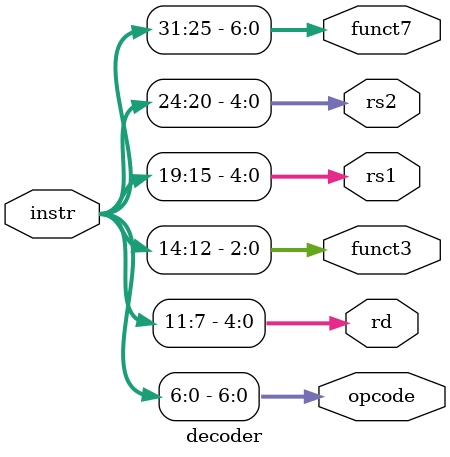
<source format=v>
module decoder (
    input  [31:0] instr,
    output [ 6:0] opcode,
    output [ 4:0] rd,
    output [ 2:0] funct3,
    output [ 4:0] rs1,
    output [ 4:0] rs2,
    output [ 6:0] funct7
);

  // slice the instruction into its respective components based on RISC-V architecture
  assign opcode = instr[6:0];
  assign rd     = instr[11:7];
  assign funct3 = instr[14:12];
  assign rs1    = instr[19:15];
  assign rs2    = instr[24:20];
  assign funct7 = instr[31:25];

endmodule

</source>
